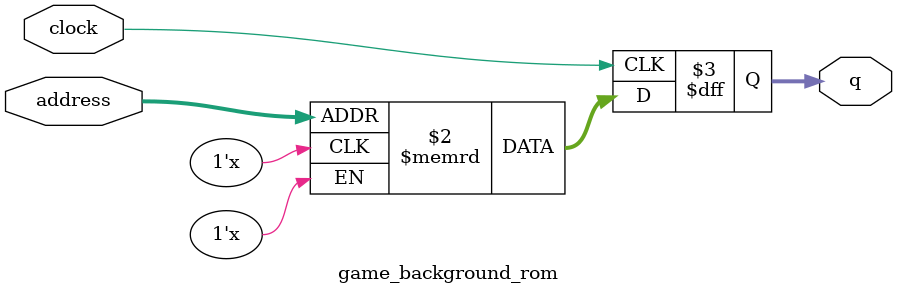
<source format=sv>
module game_background_rom (
	input logic clock,
	input logic [16:0] address,
	output logic [3:0] q
);

logic [3:0] memory [0:76799] /* synthesis ram_init_file = "./game_background/game_background.COE" */;

always_ff @ (posedge clock) begin
	q <= memory[address];
end

endmodule

</source>
